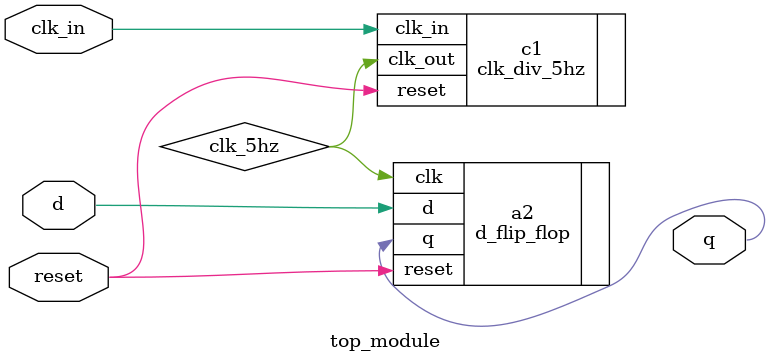
<source format=v>
module top_module(
input clk_in,
input reset,
input d,
output q);
wire clk_5hz;
clk_div_5hz c1(.clk_in(clk_in), .reset(reset), .clk_out(clk_5hz));
d_flip_flop a2(.clk(clk_5hz), .reset(reset), .d(d), .q(q));
endmodule

</source>
